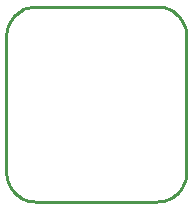
<source format=gbr>
G04 EAGLE Gerber RS-274X export*
G75*
%MOMM*%
%FSLAX34Y34*%
%LPD*%
%IN*%
%IPPOS*%
%AMOC8*
5,1,8,0,0,1.08239X$1,22.5*%
G01*
%ADD10C,0.254000*%


D10*
X0Y25400D02*
X97Y23186D01*
X386Y20989D01*
X865Y18826D01*
X1532Y16713D01*
X2380Y14666D01*
X3403Y12700D01*
X4594Y10831D01*
X5942Y9073D01*
X7440Y7440D01*
X9073Y5942D01*
X10831Y4594D01*
X12700Y3403D01*
X14666Y2380D01*
X16713Y1532D01*
X18826Y865D01*
X20989Y386D01*
X23186Y97D01*
X25400Y0D01*
X127000Y0D01*
X129161Y39D01*
X131310Y266D01*
X133431Y679D01*
X135508Y1276D01*
X137526Y2052D01*
X139468Y3000D01*
X141320Y4114D01*
X143067Y5386D01*
X144698Y6804D01*
X146198Y8360D01*
X147557Y10040D01*
X148765Y11833D01*
X149811Y13723D01*
X150689Y15698D01*
X151392Y17742D01*
X151914Y19839D01*
X152250Y21974D01*
X152400Y24130D01*
X152400Y140970D01*
X152250Y143126D01*
X151914Y145261D01*
X151392Y147358D01*
X150689Y149402D01*
X149811Y151377D01*
X148765Y153267D01*
X147557Y155060D01*
X146198Y156740D01*
X144698Y158296D01*
X143067Y159714D01*
X141319Y160986D01*
X139468Y162100D01*
X137526Y163048D01*
X135508Y163824D01*
X133431Y164421D01*
X131310Y164834D01*
X129161Y165061D01*
X127000Y165100D01*
X25400Y165100D01*
X23186Y165003D01*
X20989Y164714D01*
X18826Y164235D01*
X16713Y163568D01*
X14666Y162720D01*
X12700Y161697D01*
X10831Y160506D01*
X9073Y159158D01*
X7440Y157661D01*
X5942Y156027D01*
X4594Y154269D01*
X3403Y152400D01*
X2380Y150435D01*
X1532Y148387D01*
X865Y146274D01*
X386Y144111D01*
X97Y141914D01*
X0Y139700D01*
X0Y25400D01*
M02*

</source>
